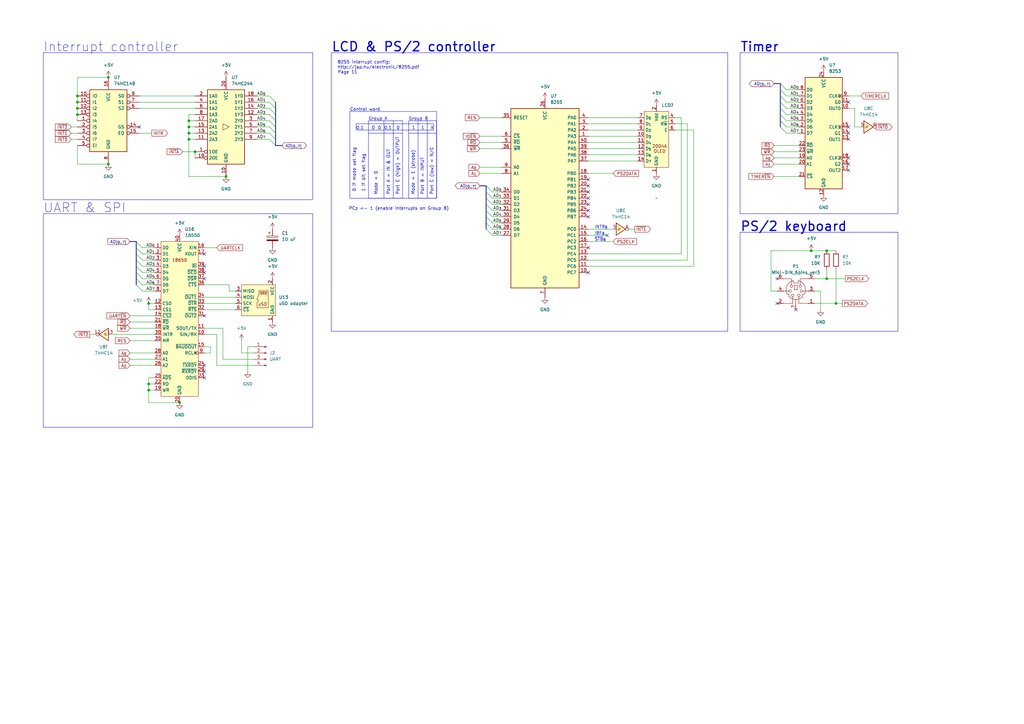
<source format=kicad_sch>
(kicad_sch (version 20230121) (generator eeschema)
  (paper "A3")
  (lib_symbols
    (symbol "74hc00_small:74HC14_small" (pin_names (offset 1.016))
      (property "Reference" "U" (at 0 -5.08 0))
      (property "Value" "74HC14_small" (at 0 -7.62 0))
      (symbol "74HC14_small_1_0"
        (pin input line (at -2.54 0 0) (length 1.27) (name "~") (number "1"))
        (pin output inverted (at 3.81 0 180) (length 1.27) (name "~") (number "2"))
      )
      (symbol "74HC14_small_2_0"
        (pin input line (at -2.54 0 0) (length 1.27) (name "~") (number "3"))
        (pin output inverted (at 3.81 0 180) (length 1.27) (name "~") (number "4"))
      )
      (symbol "74HC14_small_3_0"
        (pin input line (at -2.54 0 0) (length 1.27) (name "~") (number "5"))
        (pin output inverted (at 3.81 0 180) (length 1.27) (name "~") (number "6"))
      )
      (symbol "74HC14_small_4_0"
        (pin output inverted (at 3.81 0 180) (length 1.27) (name "~") (number "8"))
        (pin input line (at -2.54 0 0) (length 1.27) (name "~") (number "9"))
      )
      (symbol "74HC14_small_5_0"
        (pin output inverted (at 3.81 0 180) (length 1.27) (name "~") (number "10"))
        (pin input line (at -2.54 0 0) (length 1.27) (name "~") (number "11"))
      )
      (symbol "74HC14_small_6_0"
        (pin output inverted (at 3.81 0 180) (length 1.27) (name "~") (number "12"))
        (pin input line (at -2.54 0 0) (length 1.27) (name "~") (number "13"))
      )
      (symbol "74HC14_small_7_0"
        (pin power_in line (at 0 12.7 270) (length 5.08) (name "VCC") (number "14"))
        (pin power_in line (at 0 -12.7 90) (length 5.08) (name "GND") (number "7"))
      )
    )
    (symbol "74xx:74HC244"
      (property "Reference" "U" (at -7.62 16.51 0))
      (property "Value" "74HC244" (at -7.62 -16.51 0))
      (symbol "74HC244_1_0"
        (pin input inverted (at -12.7 -10.16 0) (length 5.08) (name "1OE") (number "1"))
        (pin power_in line (at 0 -20.32 90) (length 5.08) (name "GND") (number "10"))
        (pin input line (at -12.7 -5.08 0) (length 5.08) (name "2A3") (number "11"))
        (pin tri_state line (at 12.7 5.08 180) (length 5.08) (name "1Y3") (number "12"))
        (pin input line (at -12.7 -2.54 0) (length 5.08) (name "2A2") (number "13"))
        (pin tri_state line (at 12.7 7.62 180) (length 5.08) (name "1Y2") (number "14"))
        (pin input line (at -12.7 0 0) (length 5.08) (name "2A1") (number "15"))
        (pin tri_state line (at 12.7 10.16 180) (length 5.08) (name "1Y1") (number "16"))
        (pin input line (at -12.7 2.54 0) (length 5.08) (name "2A0") (number "17"))
        (pin tri_state line (at 12.7 12.7 180) (length 5.08) (name "1Y0") (number "18"))
        (pin input inverted (at -12.7 -12.7 0) (length 5.08) (name "2OE") (number "19"))
        (pin input line (at -12.7 12.7 0) (length 5.08) (name "1A0") (number "2"))
        (pin power_in line (at 0 20.32 270) (length 5.08) (name "VCC") (number "20"))
        (pin tri_state line (at 12.7 2.54 180) (length 5.08) (name "2Y0") (number "3"))
        (pin input line (at -12.7 10.16 0) (length 5.08) (name "1A1") (number "4"))
        (pin tri_state line (at 12.7 0 180) (length 5.08) (name "2Y1") (number "5"))
        (pin input line (at -12.7 7.62 0) (length 5.08) (name "1A2") (number "6"))
        (pin tri_state line (at 12.7 -2.54 180) (length 5.08) (name "2Y2") (number "7"))
        (pin input line (at -12.7 5.08 0) (length 5.08) (name "1A3") (number "8"))
        (pin tri_state line (at 12.7 -5.08 180) (length 5.08) (name "2Y3") (number "9"))
      )
    )
    (symbol "74xx:74LS148" (pin_names (offset 1.016))
      (property "Reference" "U" (at -7.62 13.97 0))
      (property "Value" "74LS148" (at -7.62 -13.97 0))
      (symbol "74LS148_1_0"
        (pin input inverted (at -12.7 0 0) (length 5.08) (name "I4") (number "1"))
        (pin input inverted (at -12.7 10.16 0) (length 5.08) (name "IO") (number "10"))
        (pin input inverted (at -12.7 7.62 0) (length 5.08) (name "I1") (number "11"))
        (pin input inverted (at -12.7 5.08 0) (length 5.08) (name "I2") (number "12"))
        (pin input inverted (at -12.7 2.54 0) (length 5.08) (name "I3") (number "13"))
        (pin output inverted (at 12.7 -2.54 180) (length 5.08) (name "GS") (number "14"))
        (pin output inverted (at 12.7 -5.08 180) (length 5.08) (name "EO") (number "15"))
        (pin power_in line (at 0 17.78 270) (length 5.08) (name "VCC") (number "16"))
        (pin input inverted (at -12.7 -2.54 0) (length 5.08) (name "I5") (number "2"))
        (pin input inverted (at -12.7 -5.08 0) (length 5.08) (name "I6") (number "3"))
        (pin input inverted (at -12.7 -7.62 0) (length 5.08) (name "I7") (number "4"))
        (pin input inverted (at -12.7 -10.16 0) (length 5.08) (name "EI") (number "5"))
        (pin output inverted (at 12.7 5.08 180) (length 5.08) (name "S2") (number "6"))
        (pin output inverted (at 12.7 7.62 180) (length 5.08) (name "S1") (number "7"))
        (pin power_in line (at 0 -17.78 90) (length 5.08) (name "GND") (number "8"))
        (pin output inverted (at 12.7 10.16 180) (length 5.08) (name "S0") (number "9"))
      )
    )
    (symbol "82xx:8250/16550"
      (property "Reference" "U" (at 0 3.81 0))
      (property "Value" "18650" (at 2.54 1.27 0))
      (symbol "8250/16550_1_1"
        (text "18650" (at 7.62 -7.62 0) (effects (font (size 1.27 1.27))))
        (pin bidirectional line (at -2.54 -2.54 0) (length 2.54) (name "D0") (number "1"))
        (pin input line (at 17.78 -38.1 180) (length 2.54) (name "SIN/RX") (number "10"))
        (pin output line (at 17.78 -35.56 180) (length 2.54) (name "SOUT/TX") (number "11"))
        (pin input line (at -2.54 -25.4 0) (length 2.54) (name "CS0") (number "12"))
        (pin input line (at -2.54 -27.94 0) (length 2.54) (name "CS1") (number "13"))
        (pin input line (at -2.54 -30.48 0) (length 2.54) (name "~{CS2}") (number "14"))
        (pin output line (at 17.78 -43.18 180) (length 2.54) (name "~{BAUDOUT}") (number "15"))
        (pin input line (at 17.78 -2.54 180) (length 2.54) (name "XIN") (number "16"))
        (pin input line (at 17.78 -5.08 180) (length 2.54) (name "XOUT") (number "17"))
        (pin input line (at -2.54 -35.56 0) (length 2.54) (name "~{WR}") (number "18"))
        (pin input line (at -2.54 -60.96 0) (length 2.54) (name "WR") (number "19"))
        (pin bidirectional line (at -2.54 -5.08 0) (length 2.54) (name "D1") (number "2"))
        (pin power_in line (at 7.62 -66.04 90) (length 2.54) (name "GND") (number "20"))
        (pin input line (at -2.54 -33.02 0) (length 2.54) (name "~{RD}") (number "21"))
        (pin input line (at -2.54 -58.42 0) (length 2.54) (name "RD") (number "22"))
        (pin input line (at 17.78 -55.88 180) (length 2.54) (name "DDIS") (number "23"))
        (pin output line (at 17.78 -50.8 180) (length 2.54) (name "~{TXRDY}") (number "24"))
        (pin input line (at -2.54 -55.88 0) (length 2.54) (name "~{ADS}") (number "25"))
        (pin input line (at -2.54 -50.8 0) (length 2.54) (name "A2") (number "26"))
        (pin input line (at -2.54 -48.26 0) (length 2.54) (name "A1") (number "27"))
        (pin input line (at -2.54 -45.72 0) (length 2.54) (name "A0") (number "28"))
        (pin output line (at 17.78 -53.34 180) (length 2.54) (name "~{RXRDY}") (number "29"))
        (pin bidirectional line (at -2.54 -7.62 0) (length 2.54) (name "D2") (number "3"))
        (pin output line (at -2.54 -38.1 0) (length 2.54) (name "INTR") (number "30"))
        (pin output line (at 17.78 -30.48 180) (length 2.54) (name "~{OUT2}") (number "31"))
        (pin output line (at 17.78 -27.94 180) (length 2.54) (name "~{RTS}") (number "32"))
        (pin output line (at 17.78 -25.4 180) (length 2.54) (name "~{DTR}") (number "33"))
        (pin output line (at 17.78 -22.86 180) (length 2.54) (name "~{OUT1}") (number "34"))
        (pin input line (at -2.54 -40.64 0) (length 2.54) (name "MR") (number "35"))
        (pin input line (at 17.78 -17.78 180) (length 2.54) (name "~{CTS}") (number "36"))
        (pin input line (at 17.78 -15.24 180) (length 2.54) (name "~{DSR}") (number "37"))
        (pin input line (at 17.78 -12.7 180) (length 2.54) (name "~{DCD}") (number "38"))
        (pin input line (at 17.78 -10.16 180) (length 2.54) (name "~{RI}") (number "39"))
        (pin bidirectional line (at -2.54 -10.16 0) (length 2.54) (name "D3") (number "4"))
        (pin power_in line (at 7.62 2.54 270) (length 2.54) (name "VCC") (number "40"))
        (pin bidirectional line (at -2.54 -12.7 0) (length 2.54) (name "D4") (number "5"))
        (pin bidirectional line (at -2.54 -15.24 0) (length 2.54) (name "D5") (number "6"))
        (pin bidirectional line (at -2.54 -17.78 0) (length 2.54) (name "D6") (number "7"))
        (pin bidirectional line (at -2.54 -20.32 0) (length 2.54) (name "D7") (number "8"))
        (pin input clock (at 17.78 -45.72 180) (length 2.54) (name "RCLK") (number "9"))
      )
    )
    (symbol "Connector:Conn_01x04_Pin" (pin_names (offset 1.016) hide)
      (property "Reference" "J" (at 0 5.08 0))
      (property "Value" "Conn_01x04_Pin" (at 0 -7.62 0))
      (symbol "Conn_01x04_Pin_1_1"
        (pin passive line (at 5.08 2.54 180) (length 3.81) (name "Pin_1") (number "1"))
        (pin passive line (at 5.08 0 180) (length 3.81) (name "Pin_2") (number "2"))
        (pin passive line (at 5.08 -2.54 180) (length 3.81) (name "Pin_3") (number "3"))
        (pin passive line (at 5.08 -5.08 180) (length 3.81) (name "Pin_4") (number "4"))
      )
    )
    (symbol "Custom_Symbols_Library:Mini-DIN_6pins_ver3" (pin_names (offset 1.016) hide)
      (property "Reference" "P" (at 0 8.128 0))
      (property "Value" "Mini-DIN_6pins_ver3" (at 0 -10.16 0))
      (symbol "Mini-DIN_6pins_ver3_1_1"
        (pin passive line (at 7.62 -5.08 180) (length 2.54) (name "1") (number "1"))
        (pin passive line (at -7.62 -5.08 0) (length 2.54) (name "2") (number "2"))
        (pin passive line (at 7.62 0 180) (length 2.54) (name "3") (number "3"))
        (pin passive line (at -7.62 0 0) (length 2.54) (name "4") (number "4"))
        (pin passive line (at 7.62 5.08 180) (length 2.54) (name "5") (number "5"))
        (pin passive line (at -7.62 5.08 0) (length 2.54) (name "~") (number "6"))
        (pin passive line (at 0 -7.62 90) (length 2.54) (name "Shell") (number "7"))
      )
    )
    (symbol "Device:C_Polarized" (pin_numbers hide) (pin_names (offset 0.254))
      (property "Reference" "C" (at 0.635 2.54 0))
      (property "Value" "C_Polarized" (at 0.635 -2.54 0))
      (symbol "C_Polarized_1_1"
        (pin passive line (at 0 3.81 270) (length 2.794) (name "~") (number "1"))
        (pin passive line (at 0 -3.81 90) (length 2.794) (name "~") (number "2"))
      )
    )
    (symbol "Device:R" (pin_numbers hide) (pin_names (offset 0))
      (property "Reference" "R" (at 2.032 0 90))
      (property "Value" "R" (at 0 0 90))
      (symbol "R_1_1"
        (pin passive line (at 0 3.81 270) (length 1.27) (name "~") (number "1"))
        (pin passive line (at 0 -3.81 90) (length 1.27) (name "~") (number "2"))
      )
    )
    (symbol "Interface:8255" (pin_names (offset 1.016))
      (property "Reference" "U" (at -13.97 38.1 0))
      (property "Value" "8255" (at 8.89 38.1 0))
      (symbol "8255_1_1"
        (pin bidirectional line (at 17.78 25.4 180) (length 3.81) (name "PA3") (number "1"))
        (pin bidirectional line (at 17.78 -30.48 180) (length 3.81) (name "PC7") (number "10"))
        (pin bidirectional line (at 17.78 -27.94 180) (length 3.81) (name "PC6") (number "11"))
        (pin bidirectional line (at 17.78 -25.4 180) (length 3.81) (name "PC5") (number "12"))
        (pin bidirectional line (at 17.78 -22.86 180) (length 3.81) (name "PC4") (number "13"))
        (pin bidirectional line (at 17.78 -12.7 180) (length 3.81) (name "PC0") (number "14"))
        (pin bidirectional line (at 17.78 -15.24 180) (length 3.81) (name "PC1") (number "15"))
        (pin bidirectional line (at 17.78 -17.78 180) (length 3.81) (name "PC2") (number "16"))
        (pin bidirectional line (at 17.78 -20.32 180) (length 3.81) (name "PC3") (number "17"))
        (pin bidirectional line (at 17.78 10.16 180) (length 3.81) (name "PB0") (number "18"))
        (pin bidirectional line (at 17.78 7.62 180) (length 3.81) (name "PB1") (number "19"))
        (pin bidirectional line (at 17.78 27.94 180) (length 3.81) (name "PA2") (number "2"))
        (pin bidirectional line (at 17.78 5.08 180) (length 3.81) (name "PB2") (number "20"))
        (pin bidirectional line (at 17.78 2.54 180) (length 3.81) (name "PB3") (number "21"))
        (pin bidirectional line (at 17.78 0 180) (length 3.81) (name "PB4") (number "22"))
        (pin bidirectional line (at 17.78 -2.54 180) (length 3.81) (name "PB5") (number "23"))
        (pin bidirectional line (at 17.78 -5.08 180) (length 3.81) (name "PB6") (number "24"))
        (pin bidirectional line (at 17.78 -7.62 180) (length 3.81) (name "PB7") (number "25"))
        (pin power_in line (at 0 40.64 270) (length 3.81) (name "VCC") (number "26"))
        (pin bidirectional line (at -17.78 -15.24 0) (length 3.81) (name "D7") (number "27"))
        (pin bidirectional line (at -17.78 -12.7 0) (length 3.81) (name "D6") (number "28"))
        (pin bidirectional line (at -17.78 -10.16 0) (length 3.81) (name "D5") (number "29"))
        (pin bidirectional line (at 17.78 30.48 180) (length 3.81) (name "PA1") (number "3"))
        (pin bidirectional line (at -17.78 -7.62 0) (length 3.81) (name "D4") (number "30"))
        (pin bidirectional line (at -17.78 -5.08 0) (length 3.81) (name "D3") (number "31"))
        (pin bidirectional line (at -17.78 -2.54 0) (length 3.81) (name "D2") (number "32"))
        (pin bidirectional line (at -17.78 0 0) (length 3.81) (name "D1") (number "33"))
        (pin bidirectional line (at -17.78 2.54 0) (length 3.81) (name "D0") (number "34"))
        (pin input line (at -17.78 33.02 0) (length 3.81) (name "RESET") (number "35"))
        (pin input line (at -17.78 20.32 0) (length 3.81) (name "~{WR}") (number "36"))
        (pin bidirectional line (at 17.78 15.24 180) (length 3.81) (name "PA7") (number "37"))
        (pin bidirectional line (at 17.78 17.78 180) (length 3.81) (name "PA6") (number "38"))
        (pin bidirectional line (at 17.78 20.32 180) (length 3.81) (name "PA5") (number "39"))
        (pin bidirectional line (at 17.78 33.02 180) (length 3.81) (name "PA0") (number "4"))
        (pin bidirectional line (at 17.78 22.86 180) (length 3.81) (name "PA4") (number "40"))
        (pin input line (at -17.78 22.86 0) (length 3.81) (name "~{RD}") (number "5"))
        (pin input line (at -17.78 25.4 0) (length 3.81) (name "~{CS}") (number "6"))
        (pin power_in line (at 0 -40.64 90) (length 3.81) (name "GND") (number "7"))
        (pin input line (at -17.78 10.16 0) (length 3.81) (name "A1") (number "8"))
        (pin input line (at -17.78 12.7 0) (length 3.81) (name "A0") (number "9"))
      )
    )
    (symbol "Timer:8253"
      (property "Reference" "U" (at -5.08 24.13 0))
      (property "Value" "8253" (at 2.54 24.13 0))
      (symbol "8253_1_1"
        (pin bidirectional line (at -10.16 0 0) (length 2.54) (name "D7") (number "1"))
        (pin output line (at 10.16 10.16 180) (length 2.54) (name "OUT0") (number "10"))
        (pin input line (at 10.16 12.7 180) (length 2.54) (name "G0") (number "11"))
        (pin power_in line (at 0 -25.4 90) (length 2.54) (name "GND") (number "12"))
        (pin output line (at 10.16 -2.54 180) (length 2.54) (name "OUT1") (number "13"))
        (pin input line (at 10.16 0 180) (length 2.54) (name "G1") (number "14"))
        (pin input clock (at 10.16 2.54 180) (length 2.54) (name "CLK1") (number "15"))
        (pin input line (at 10.16 -12.7 180) (length 2.54) (name "G2") (number "16"))
        (pin output line (at 10.16 -15.24 180) (length 2.54) (name "OUT2") (number "17"))
        (pin input clock (at 10.16 -10.16 180) (length 2.54) (name "CLK2") (number "18"))
        (pin input line (at -10.16 -10.16 0) (length 2.54) (name "A0") (number "19"))
        (pin bidirectional line (at -10.16 2.54 0) (length 2.54) (name "D6") (number "2"))
        (pin input line (at -10.16 -12.7 0) (length 2.54) (name "A1") (number "20"))
        (pin input line (at -10.16 -17.78 0) (length 2.54) (name "~{CS}") (number "21"))
        (pin input line (at -10.16 -5.08 0) (length 2.54) (name "~{RD}") (number "22"))
        (pin input line (at -10.16 -7.62 0) (length 2.54) (name "~{WR}") (number "23"))
        (pin power_in line (at 0 25.4 270) (length 2.54) (name "VCC") (number "24"))
        (pin bidirectional line (at -10.16 5.08 0) (length 2.54) (name "D5") (number "3"))
        (pin bidirectional line (at -10.16 7.62 0) (length 2.54) (name "D4") (number "4"))
        (pin bidirectional line (at -10.16 10.16 0) (length 2.54) (name "D3") (number "5"))
        (pin bidirectional line (at -10.16 12.7 0) (length 2.54) (name "D2") (number "6"))
        (pin bidirectional line (at -10.16 15.24 0) (length 2.54) (name "D1") (number "7"))
        (pin bidirectional line (at -10.16 17.78 0) (length 2.54) (name "D0") (number "8"))
        (pin input clock (at 10.16 15.24 180) (length 2.54) (name "CLK0") (number "9"))
      )
    )
    (symbol "lcd:2004A-OLED"
      (property "Reference" "LCD" (at -5.08 12.7 0))
      (symbol "2004A-OLED_1_1"
        (text "2004A\nOLED" (at 1.27 -3.81 0) (effects (font (size 1.27 1.27))))
        (pin power_in line (at 0 -13.97 90) (length 2.54) (name "GND") (number "1"))
        (pin bidirectional line (at -7.62 1.27 0) (length 2.54) (name "D_{3}") (number "10"))
        (pin bidirectional line (at -7.62 -1.27 0) (length 2.54) (name "D_{4}") (number "11"))
        (pin bidirectional line (at -7.62 -3.81 0) (length 2.54) (name "D_{5}") (number "12"))
        (pin bidirectional line (at -7.62 -6.35 0) (length 2.54) (name "D_{6}") (number "13"))
        (pin bidirectional line (at -7.62 -8.89 0) (length 2.54) (name "D_{7}") (number "14"))
        (pin power_in line (at 0 13.97 270) (length 2.54) (name "Vdd") (number "2"))
        (pin input line (at 7.62 8.89 180) (length 2.54) (name "RS") (number "4"))
        (pin input line (at 7.62 6.35 180) (length 2.54) (name "R~{W}") (number "5"))
        (pin input line (at 7.62 3.81 180) (length 2.54) (name "E") (number "6"))
        (pin bidirectional line (at -7.62 8.89 0) (length 2.54) (name "D_{0}") (number "7"))
        (pin bidirectional line (at -7.62 6.35 0) (length 2.54) (name "D_{1}") (number "8"))
        (pin bidirectional line (at -7.62 3.81 0) (length 2.54) (name "D_{2}") (number "9"))
      )
    )
    (symbol "my:uSD-adapter"
      (property "Reference" "U" (at -3.81 7.62 0))
      (symbol "uSD-adapter_1_1"
        (text "uSD" (at 3.556 -1.524 0) (effects (font (size 1.27 1.27))))
        (pin power_in line (at 7.62 -8.89 90) (length 2.54) (name "GND") (number "1"))
        (pin power_in line (at 7.62 8.89 270) (length 2.54) (name "VCC") (number "2"))
        (pin output line (at -7.62 3.81 0) (length 2.54) (name "MISO") (number "3"))
        (pin input line (at -7.62 1.27 0) (length 2.54) (name "MOSI") (number "4"))
        (pin input line (at -7.62 -1.27 0) (length 2.54) (name "SCK") (number "5"))
        (pin input line (at -7.62 -3.81 0) (length 2.54) (name "~{CS}") (number "6"))
      )
    )
    (symbol "power:+5V" (power) (pin_names (offset 0))
      (property "Value" "+5V" (at 0 3.556 0))
      (symbol "+5V_1_1"
        (pin power_in line (at 0 0 90) (length 0) hide (name "+5V") (number "1"))
      )
    )
    (symbol "power:GND" (power) (pin_names (offset 0))
      (property "Value" "GND" (at 0 -3.81 0))
      (symbol "GND_1_1"
        (pin power_in line (at 0 0 270) (length 0) hide (name "GND") (number "1"))
      )
    )
  )
  (junction (at 339.09 114.3))
  (junction (at 73.66 165.1))
  (junction (at 77.47 52.07))
  (junction (at 77.47 49.53))
  (junction (at 77.47 54.61))
  (junction (at 31.75 39.37))
  (junction (at 31.75 41.91))
  (junction (at 92.71 72.39))
  (junction (at 60.96 157.48))
  (junction (at 44.45 31.75))
  (junction (at 60.96 124.46))
  (junction (at 339.09 102.87))
  (junction (at 31.75 44.45))
  (junction (at 60.96 160.02))
  (junction (at 31.75 46.99))
  (junction (at 332.74 102.87))
  (junction (at 77.47 57.15))
  (junction (at 80.01 62.23))
  (junction (at 342.9 124.46))
  (junction (at 44.45 67.31))
  (no_connect (at 248.92 96.52))
  (no_connect (at 347.98 41.91))
  (no_connect (at 347.98 54.61))
  (no_connect (at 241.3 73.66))
  (no_connect (at 241.3 81.28))
  (no_connect (at 83.82 154.94))
  (no_connect (at 83.82 152.4))
  (no_connect (at 326.39 127))
  (no_connect (at 83.82 104.14))
  (no_connect (at 83.82 129.54))
  (no_connect (at 241.3 86.36))
  (no_connect (at 241.3 88.9))
  (no_connect (at 347.98 64.77))
  (no_connect (at 241.3 83.82))
  (no_connect (at 241.3 101.6))
  (no_connect (at 318.77 124.46))
  (no_connect (at 83.82 149.86))
  (no_connect (at 241.3 111.76))
  (no_connect (at 347.98 57.15))
  (no_connect (at 347.98 52.07))
  (no_connect (at 83.82 111.76))
  (no_connect (at 57.15 52.07))
  (no_connect (at 318.77 114.3))
  (no_connect (at 241.3 76.2))
  (no_connect (at 347.98 69.85))
  (no_connect (at 83.82 114.3))
  (no_connect (at 241.3 78.74))
  (no_connect (at 347.98 67.31))
  (no_connect (at 83.82 109.22))
  (bus_entry (at 110.49 41.91) (size 2.54 2.54))
  (bus_entry (at 110.49 39.37) (size 2.54 2.54))
  (bus_entry (at 201.93 88.9) (size -2.54 -2.54))
  (bus_entry (at 110.49 44.45) (size 2.54 2.54))
  (bus_entry (at 201.93 81.28) (size -2.54 -2.54))
  (bus_entry (at 58.42 106.68) (size -2.54 -2.54))
  (bus_entry (at 58.42 109.22) (size -2.54 -2.54))
  (bus_entry (at 322.58 39.37) (size -2.54 -2.54))
  (bus_entry (at 201.93 91.44) (size -2.54 -2.54))
  (bus_entry (at 201.93 83.82) (size -2.54 -2.54))
  (bus_entry (at 322.58 44.45) (size -2.54 -2.54))
  (bus_entry (at 58.42 116.84) (size -2.54 -2.54))
  (bus_entry (at 322.58 49.53) (size -2.54 -2.54))
  (bus_entry (at 322.58 54.61) (size -2.54 -2.54))
  (bus_entry (at 110.49 57.15) (size 2.54 2.54))
  (bus_entry (at 110.49 52.07) (size 2.54 2.54))
  (bus_entry (at 58.42 114.3) (size -2.54 -2.54))
  (bus_entry (at 110.49 46.99) (size 2.54 2.54))
  (bus_entry (at 322.58 46.99) (size -2.54 -2.54))
  (bus_entry (at 110.49 54.61) (size 2.54 2.54))
  (bus_entry (at 58.42 111.76) (size -2.54 -2.54))
  (bus_entry (at 58.42 119.38) (size -2.54 -2.54))
  (bus_entry (at 201.93 93.98) (size -2.54 -2.54))
  (bus_entry (at 58.42 104.14) (size -2.54 -2.54))
  (bus_entry (at 322.58 36.83) (size -2.54 -2.54))
  (bus_entry (at 201.93 96.52) (size -2.54 -2.54))
  (bus_entry (at 110.49 49.53) (size 2.54 2.54))
  (bus_entry (at 201.93 86.36) (size -2.54 -2.54))
  (bus_entry (at 322.58 41.91) (size -2.54 -2.54))
  (bus_entry (at 58.42 101.6) (size -2.54 -2.54))
  (bus_entry (at 201.93 78.74) (size -2.54 -2.54))
  (bus_entry (at 322.58 52.07) (size -2.54 -2.54))
  (wire (pts (xy 80.01 54.61) (xy 77.47 54.61)))
  (bus (pts (xy 320.04 52.07) (xy 320.04 49.53)))
  (wire (pts (xy 196.85 68.58) (xy 205.74 68.58)))
  (wire (pts (xy 241.3 109.22) (xy 284.48 109.22)))
  (bus (pts (xy 199.39 76.2) (xy 196.85 76.2)))
  (wire (pts (xy 63.5 109.22) (xy 58.42 109.22)))
  (wire (pts (xy 93.98 119.38) (xy 96.52 119.38)))
  (wire (pts (xy 104.14 142.24) (xy 101.6 142.24)))
  (wire (pts (xy 62.23 54.61) (xy 57.15 54.61)))
  (wire (pts (xy 83.82 124.46) (xy 96.52 124.46)))
  (wire (pts (xy 350.52 52.07) (xy 353.06 52.07)))
  (wire (pts (xy 77.47 72.39) (xy 92.71 72.39)))
  (wire (pts (xy 327.66 49.53) (xy 322.58 49.53)))
  (wire (pts (xy 105.41 46.99) (xy 110.49 46.99)))
  (wire (pts (xy 31.75 59.69) (xy 31.75 67.31)))
  (wire (pts (xy 241.3 93.98) (xy 251.46 93.98)))
  (wire (pts (xy 327.66 41.91) (xy 322.58 41.91)))
  (wire (pts (xy 281.94 50.8) (xy 281.94 106.68)))
  (wire (pts (xy 241.3 48.26) (xy 261.62 48.26)))
  (wire (pts (xy 327.66 39.37) (xy 322.58 39.37)))
  (wire (pts (xy 105.41 41.91) (xy 110.49 41.91)))
  (wire (pts (xy 63.5 119.38) (xy 58.42 119.38)))
  (bus (pts (xy 55.88 111.76) (xy 55.88 109.22)))
  (wire (pts (xy 336.55 119.38) (xy 336.55 127)))
  (wire (pts (xy 281.94 50.8) (xy 276.86 50.8)))
  (wire (pts (xy 63.5 147.32) (xy 53.34 147.32)))
  (wire (pts (xy 279.4 48.26) (xy 276.86 48.26)))
  (wire (pts (xy 327.66 52.07) (xy 322.58 52.07)))
  (wire (pts (xy 80.01 52.07) (xy 77.47 52.07)))
  (wire (pts (xy 347.98 44.45) (xy 350.52 44.45)))
  (wire (pts (xy 201.93 91.44) (xy 205.74 91.44)))
  (wire (pts (xy 316.23 119.38) (xy 318.77 119.38)))
  (wire (pts (xy 257.81 93.98) (xy 260.35 93.98)))
  (bus (pts (xy 320.04 36.83) (xy 320.04 34.29)))
  (wire (pts (xy 80.01 46.99) (xy 77.47 46.99)))
  (wire (pts (xy 339.09 114.3) (xy 334.01 114.3)))
  (wire (pts (xy 241.3 55.88) (xy 261.62 55.88)))
  (wire (pts (xy 39.37 137.16) (xy 36.83 137.16)))
  (bus (pts (xy 55.88 106.68) (xy 55.88 104.14)))
  (wire (pts (xy 53.34 129.54) (xy 63.5 129.54)))
  (wire (pts (xy 31.75 67.31) (xy 44.45 67.31)))
  (wire (pts (xy 31.75 49.53) (xy 31.75 46.99)))
  (wire (pts (xy 342.9 110.49) (xy 342.9 124.46)))
  (bus (pts (xy 113.03 41.91) (xy 113.03 44.45)))
  (wire (pts (xy 53.34 139.7) (xy 63.5 139.7)))
  (wire (pts (xy 241.3 66.04) (xy 261.62 66.04)))
  (bus (pts (xy 199.39 93.98) (xy 199.39 91.44)))
  (wire (pts (xy 317.5 62.23) (xy 327.66 62.23)))
  (bus (pts (xy 113.03 52.07) (xy 113.03 54.61)))
  (wire (pts (xy 342.9 102.87) (xy 339.09 102.87)))
  (bus (pts (xy 199.39 83.82) (xy 199.39 81.28)))
  (wire (pts (xy 317.5 59.69) (xy 327.66 59.69)))
  (wire (pts (xy 31.75 44.45) (xy 31.75 41.91)))
  (wire (pts (xy 74.93 62.23) (xy 80.01 62.23)))
  (bus (pts (xy 320.04 49.53) (xy 320.04 46.99)))
  (wire (pts (xy 63.5 154.94) (xy 60.96 154.94)))
  (wire (pts (xy 205.74 96.52) (xy 201.93 96.52)))
  (bus (pts (xy 320.04 44.45) (xy 320.04 41.91)))
  (wire (pts (xy 105.41 57.15) (xy 110.49 57.15)))
  (wire (pts (xy 57.15 39.37) (xy 80.01 39.37)))
  (wire (pts (xy 29.21 54.61) (xy 31.75 54.61)))
  (wire (pts (xy 53.34 144.78) (xy 63.5 144.78)))
  (wire (pts (xy 63.5 157.48) (xy 60.96 157.48)))
  (wire (pts (xy 83.82 142.24) (xy 86.36 142.24)))
  (bus (pts (xy 199.39 88.9) (xy 199.39 86.36)))
  (bus (pts (xy 320.04 46.99) (xy 320.04 44.45)))
  (bus (pts (xy 113.03 57.15) (xy 113.03 59.69)))
  (wire (pts (xy 205.74 78.74) (xy 201.93 78.74)))
  (wire (pts (xy 353.06 39.37) (xy 347.98 39.37)))
  (wire (pts (xy 63.5 134.62) (xy 53.34 134.62)))
  (bus (pts (xy 320.04 34.29) (xy 317.5 34.29)))
  (wire (pts (xy 105.41 44.45) (xy 110.49 44.45)))
  (bus (pts (xy 55.88 104.14) (xy 55.88 101.6)))
  (wire (pts (xy 104.14 147.32) (xy 91.44 147.32)))
  (wire (pts (xy 327.66 46.99) (xy 322.58 46.99)))
  (wire (pts (xy 83.82 127) (xy 96.52 127)))
  (wire (pts (xy 83.82 121.92) (xy 96.52 121.92)))
  (wire (pts (xy 327.66 44.45) (xy 322.58 44.45)))
  (wire (pts (xy 345.44 124.46) (xy 342.9 124.46)))
  (bus (pts (xy 199.39 78.74) (xy 199.39 76.2)))
  (polyline (pts (xy 161.29 49.53) (xy 161.29 81.28)))
  (wire (pts (xy 241.3 63.5) (xy 261.62 63.5)))
  (wire (pts (xy 205.74 60.96) (xy 196.85 60.96)))
  (wire (pts (xy 63.5 101.6) (xy 58.42 101.6)))
  (wire (pts (xy 31.75 41.91) (xy 31.75 39.37)))
  (wire (pts (xy 60.96 124.46) (xy 60.96 127)))
  (wire (pts (xy 284.48 53.34) (xy 276.86 53.34)))
  (bus (pts (xy 320.04 39.37) (xy 320.04 36.83)))
  (bus (pts (xy 55.88 109.22) (xy 55.88 106.68)))
  (wire (pts (xy 86.36 142.24) (xy 86.36 144.78)))
  (wire (pts (xy 53.34 149.86) (xy 63.5 149.86)))
  (polyline (pts (xy 175.26 49.53) (xy 175.26 81.28)))
  (bus (pts (xy 199.39 81.28) (xy 199.39 78.74)))
  (wire (pts (xy 45.72 137.16) (xy 63.5 137.16)))
  (wire (pts (xy 241.3 60.96) (xy 261.62 60.96)))
  (wire (pts (xy 350.52 44.45) (xy 350.52 52.07)))
  (wire (pts (xy 327.66 36.83) (xy 322.58 36.83)))
  (wire (pts (xy 196.85 48.26) (xy 205.74 48.26)))
  (wire (pts (xy 31.75 46.99) (xy 31.75 44.45)))
  (wire (pts (xy 57.15 44.45) (xy 80.01 44.45)))
  (wire (pts (xy 83.82 137.16) (xy 88.9 137.16)))
  (wire (pts (xy 241.3 99.06) (xy 251.46 99.06)))
  (wire (pts (xy 279.4 104.14) (xy 279.4 48.26)))
  (polyline (pts (xy 171.45 49.53) (xy 171.45 81.28)))
  (wire (pts (xy 334.01 124.46) (xy 342.9 124.46)))
  (wire (pts (xy 83.82 116.84) (xy 93.98 116.84)))
  (wire (pts (xy 77.47 49.53) (xy 77.47 52.07)))
  (wire (pts (xy 241.3 58.42) (xy 261.62 58.42)))
  (wire (pts (xy 60.96 165.1) (xy 60.96 160.02)))
  (bus (pts (xy 113.03 59.69) (xy 115.57 59.69)))
  (wire (pts (xy 105.41 54.61) (xy 110.49 54.61)))
  (polyline (pts (xy 151.13 54.61) (xy 165.1 54.61)))
  (wire (pts (xy 317.5 64.77) (xy 327.66 64.77)))
  (wire (pts (xy 53.34 132.08) (xy 63.5 132.08)))
  (bus (pts (xy 320.04 41.91) (xy 320.04 39.37)))
  (wire (pts (xy 60.96 154.94) (xy 60.96 157.48)))
  (wire (pts (xy 60.96 160.02) (xy 63.5 160.02)))
  (wire (pts (xy 205.74 81.28) (xy 201.93 81.28)))
  (wire (pts (xy 29.21 57.15) (xy 31.75 57.15)))
  (wire (pts (xy 205.74 83.82) (xy 201.93 83.82)))
  (wire (pts (xy 346.71 114.3) (xy 339.09 114.3)))
  (wire (pts (xy 73.66 165.1) (xy 60.96 165.1)))
  (wire (pts (xy 91.44 134.62) (xy 83.82 134.62)))
  (wire (pts (xy 281.94 106.68) (xy 241.3 106.68)))
  (wire (pts (xy 99.06 144.78) (xy 99.06 139.7)))
  (bus (pts (xy 199.39 86.36) (xy 199.39 83.82)))
  (wire (pts (xy 327.66 67.31) (xy 317.5 67.31)))
  (wire (pts (xy 31.75 39.37) (xy 31.75 31.75)))
  (wire (pts (xy 31.75 52.07) (xy 29.21 52.07)))
  (wire (pts (xy 205.74 71.12) (xy 196.85 71.12)))
  (wire (pts (xy 63.5 124.46) (xy 60.96 124.46)))
  (wire (pts (xy 63.5 106.68) (xy 58.42 106.68)))
  (wire (pts (xy 63.5 116.84) (xy 58.42 116.84)))
  (wire (pts (xy 105.41 49.53) (xy 110.49 49.53)))
  (wire (pts (xy 60.96 127) (xy 63.5 127)))
  (wire (pts (xy 63.5 104.14) (xy 58.42 104.14)))
  (bus (pts (xy 113.03 54.61) (xy 113.03 57.15)))
  (wire (pts (xy 110.49 52.07) (xy 105.41 52.07)))
  (wire (pts (xy 332.74 102.87) (xy 316.23 102.87)))
  (wire (pts (xy 334.01 119.38) (xy 336.55 119.38)))
  (wire (pts (xy 80.01 62.23) (xy 80.01 64.77)))
  (bus (pts (xy 55.88 116.84) (xy 55.88 114.3)))
  (wire (pts (xy 241.3 104.14) (xy 279.4 104.14)))
  (wire (pts (xy 241.3 53.34) (xy 261.62 53.34)))
  (bus (pts (xy 55.88 99.06) (xy 53.34 99.06)))
  (wire (pts (xy 248.92 96.52) (xy 241.3 96.52)))
  (wire (pts (xy 60.96 157.48) (xy 60.96 160.02)))
  (wire (pts (xy 93.98 116.84) (xy 93.98 119.38)))
  (wire (pts (xy 80.01 57.15) (xy 77.47 57.15)))
  (wire (pts (xy 104.14 144.78) (xy 99.06 144.78)))
  (wire (pts (xy 63.5 114.3) (xy 58.42 114.3)))
  (wire (pts (xy 77.47 52.07) (xy 77.47 54.61)))
  (wire (pts (xy 316.23 102.87) (xy 316.23 119.38)))
  (wire (pts (xy 91.44 147.32) (xy 91.44 134.62)))
  (wire (pts (xy 241.3 50.8) (xy 261.62 50.8)))
  (bus (pts (xy 113.03 49.53) (xy 113.03 52.07)))
  (wire (pts (xy 88.9 149.86) (xy 104.14 149.86)))
  (wire (pts (xy 77.47 46.99) (xy 77.47 49.53)))
  (polyline (pts (xy 167.64 54.61) (xy 179.07 54.61)))
  (wire (pts (xy 105.41 39.37) (xy 110.49 39.37)))
  (wire (pts (xy 77.47 54.61) (xy 77.47 57.15)))
  (polyline (pts (xy 157.48 49.53) (xy 157.48 81.28)))
  (bus (pts (xy 199.39 91.44) (xy 199.39 88.9)))
  (bus (pts (xy 113.03 44.45) (xy 113.03 46.99)))
  (wire (pts (xy 101.6 142.24) (xy 101.6 152.4)))
  (wire (pts (xy 205.74 86.36) (xy 201.93 86.36)))
  (wire (pts (xy 339.09 102.87) (xy 332.74 102.87)))
  (wire (pts (xy 284.48 109.22) (xy 284.48 53.34)))
  (wire (pts (xy 88.9 137.16) (xy 88.9 149.86)))
  (wire (pts (xy 241.3 71.12) (xy 251.46 71.12)))
  (wire (pts (xy 205.74 93.98) (xy 201.93 93.98)))
  (wire (pts (xy 196.85 58.42) (xy 205.74 58.42)))
  (bus (pts (xy 55.88 101.6) (xy 55.88 99.06)))
  (wire (pts (xy 327.66 54.61) (xy 322.58 54.61)))
  (wire (pts (xy 80.01 49.53) (xy 77.47 49.53)))
  (wire (pts (xy 77.47 57.15) (xy 77.47 72.39)))
  (wire (pts (xy 196.85 55.88) (xy 205.74 55.88)))
  (wire (pts (xy 339.09 110.49) (xy 339.09 114.3)))
  (bus (pts (xy 55.88 114.3) (xy 55.88 111.76)))
  (wire (pts (xy 317.5 72.39) (xy 327.66 72.39)))
  (wire (pts (xy 57.15 41.91) (xy 80.01 41.91)))
  (wire (pts (xy 205.74 88.9) (xy 201.93 88.9)))
  (bus (pts (xy 113.03 46.99) (xy 113.03 49.53)))
  (wire (pts (xy 31.75 31.75) (xy 44.45 31.75)))
  (wire (pts (xy 86.36 144.78) (xy 83.82 144.78)))
  (wire (pts (xy 83.82 101.6) (xy 88.9 101.6)))
  (wire (pts (xy 63.5 111.76) (xy 58.42 111.76)))
  (rectangle (start 135.89 21.59) (end 298.45 135.89))
  (rectangle (start 303.53 95.25) (end 368.3 135.89))
  (rectangle (start 17.78 21.59) (end 128.27 81.915))
  (rectangle (start 17.78 87.63) (end 128.27 175.26))
  (rectangle (start 143.51 45.72) (end 179.07 81.28))
  (rectangle (start 167.64 49.53) (end 179.07 81.28))
  (rectangle (start 151.13 49.53) (end 165.1 81.28))
  (rectangle (start 303.53 21.59) (end 368.3 87.63))
  (rectangle (start 146.05 50.8) (end 177.8 53.34))
  (text "0 if mode set flag" (at 146.05 78.74 90) (effects (font (size 1.27 1.27)) (justify left bottom)))
  (text "1" (at 172.72 53.34 0) (effects (font (size 1.27 1.27)) (justify left bottom)))
  (text "Timer" (at 303.53 21.59 0) (effects (font (size 3.81 3.81) (thickness 0.508) bold) (justify left bottom)))
  (text "Mode = 0" (at 154.94 80.01 90) (effects (font (size 1.27 1.27)) (justify left bottom)))
  (text "0,1" (at 157.48 53.34 0) (effects (font (size 1.27 1.27)) (justify left bottom)))
  (text "0,1" (at 146.05 53.34 0) (effects (font (size 1.27 1.27)) (justify left bottom)))
  (text "~{STB}_{B}" (at 243.84 99.06 0) (effects (font (size 1.27 1.27)) (justify left bottom)))
  (text "Mode = 1 (strobe)" (at 170.18 80.01 90) (effects (font (size 1.27 1.27)) (justify left bottom)))
  (text "Interrupt controller" (at 17.78 21.59 0) (effects (font (size 3.81 3.81)) (justify left bottom)))
  (text "INTR_{B}" (at 243.84 93.98 0) (effects (font (size 1.27 1.27)) (justify left bottom)))
  (text "LCD & PS/2 controller" (at 135.89 21.59 0) (effects (font (size 3.81 3.81) (thickness 0.508) bold) (justify left bottom)))
  (text "Group A" (at 151.13 49.53 0) (effects (font (size 1.27 1.27)) (justify left bottom)))
  (text "Control word" (at 143.51 45.72 0) (effects (font (size 1.27 1.27)) (justify left bottom)))
  (text "Group B" (at 167.64 49.53 0) (effects (font (size 1.27 1.27)) (justify left bottom)))
  (text "IBF_{B}" (at 243.84 96.52 0) (effects (font (size 1.27 1.27)) (justify left bottom)))
  (text "X" (at 176.53 53.34 0) (effects (font (size 1.27 1.27)) (justify left bottom)))
  (text "1 if bit set flag" (at 149.86 78.74 90) (effects (font (size 1.27 1.27)) (justify left bottom)))
  (text "Port B = INPUT" (at 173.99 80.01 90) (effects (font (size 1.27 1.27)) (justify left bottom)))
  (text "0" (at 162.56 53.34 0) (effects (font (size 1.27 1.27)) (justify left bottom)))
  (text "Port C (high) = OUTPUT" (at 163.83 80.01 90) (effects (font (size 1.27 1.27)) (justify left bottom)))
  (text "Port A = IN & OUT" (at 160.02 80.01 90) (effects (font (size 1.27 1.27)) (justify left bottom)))
  (text "UART & SPI" (at 17.78 87.63 0) (effects (font (size 3.81 3.81)) (justify left bottom)))
  (text "8255 interrupt config:\nhttp://jap.hu/electronic/8255.pdf\nPage 11" (at 138.43 30.48 0) (effects (font (size 1.27 1.27)) (justify left bottom)))
  (text "PS/2 keyboard" (at 303.53 95.25 0) (effects (font (size 3.81 3.81) (thickness 0.508) bold) (justify left bottom)))
  (text "Port C (low) = N/C" (at 177.8 80.01 90) (effects (font (size 1.27 1.27)) (justify left bottom)))
  (text "PC_{2} <- 1 (enable interrupts on Group B)" (at 184.15 86.36 0) (effects (font (size 1.27 1.27)) (justify right bottom)))
  (text "0" (at 152.4 53.34 0) (effects (font (size 1.27 1.27)) (justify left bottom)))
  (text "0" (at 154.94 53.34 0) (effects (font (size 1.27 1.27)) (justify left bottom)))
  (text "1" (at 168.91 53.34 0) (effects (font (size 1.27 1.27)) (justify left bottom)))
  (label "AD_{4}" (at 205.74 88.9 180))
  (label "AD_{2}" (at 205.74 83.82 180))
  (label "AD_{7}" (at 105.41 57.15 0))
  (label "AD_{4}" (at 63.5 111.76 180))
  (label "AD_{0}" (at 205.74 78.74 180))
  (label "AD_{0}" (at 63.5 101.6 180))
  (label "AD_{5}" (at 105.41 52.07 0))
  (label "AD_{3}" (at 205.74 86.36 180))
  (label "AD_{6}" (at 327.66 52.07 180))
  (label "AD_{1}" (at 63.5 104.14 180))
  (label "AD_{7}" (at 63.5 119.38 180))
  (label "AD_{6}" (at 205.74 93.98 180))
  (label "AD_{7}" (at 205.74 96.52 180))
  (label "AD_{4}" (at 327.66 46.99 180))
  (label "AD_{1}" (at 105.41 41.91 0))
  (label "AD_{3}" (at 105.41 46.99 0))
  (label "AD_{3}" (at 63.5 109.22 180))
  (label "AD_{7}" (at 327.66 54.61 180))
  (label "AD_{5}" (at 205.74 91.44 180))
  (label "AD_{1}" (at 205.74 81.28 180))
  (label "AD_{6}" (at 105.41 54.61 0))
  (label "AD_{0}" (at 327.66 36.83 180))
  (label "AD_{0}" (at 105.41 39.37 0))
  (label "AD_{2}" (at 105.41 44.45 0))
  (label "AD_{2}" (at 63.5 106.68 180))
  (label "AD_{2}" (at 327.66 41.91 180))
  (label "AD_{5}" (at 327.66 49.53 180))
  (label "AD_{4}" (at 105.41 49.53 0))
  (label "AD_{6}" (at 63.5 116.84 180))
  (label "AD_{1}" (at 327.66 39.37 180))
  (label "AD_{3}" (at 327.66 44.45 180))
  (label "AD_{5}" (at 63.5 114.3 180))
  (global_label "PS2DATA" (shape output) (at 345.44 124.46 0) (property "Intersheetrefs" "${INTERSHEET_REFS}" (effects hide)))
  (global_label "AD_{[0..7]}" (shape bidirectional) (at 115.57 59.69 0) (property "Intersheetrefs" "${INTERSHEET_REFS}" (effects hide)))
  (global_label "A_{0}" (shape input) (at 317.5 64.77 180) (property "Intersheetrefs" "${INTERSHEET_REFS}" (effects hide)))
  (global_label "UART~{EN}" (shape input) (at 53.34 129.54 180) (property "Intersheetrefs" "${INTERSHEET_REFS}" (effects hide)))
  (global_label "~{WR}" (shape input) (at 196.85 60.96 180) (property "Intersheetrefs" "${INTERSHEET_REFS}" (effects hide)))
  (global_label "~{INTA}" (shape input) (at 74.93 62.23 180) (property "Intersheetrefs" "${INTERSHEET_REFS}" (effects hide)))
  (global_label "A_{1}" (shape input) (at 317.5 67.31 180) (property "Intersheetrefs" "${INTERSHEET_REFS}" (effects hide)))
  (global_label "UARTCLK" (shape input) (at 88.9 101.6 0) (property "Intersheetrefs" "${INTERSHEET_REFS}" (effects hide)))
  (global_label "PS2CLK" (shape input) (at 251.46 99.06 0) (property "Intersheetrefs" "${INTERSHEET_REFS}" (effects hide)))
  (global_label "A_{2}" (shape input) (at 53.34 149.86 180) (property "Intersheetrefs" "${INTERSHEET_REFS}" (effects hide)))
  (global_label "IO~{EN}" (shape input) (at 196.85 55.88 180) (property "Intersheetrefs" "${INTERSHEET_REFS}" (effects hide)))
  (global_label "~{RD}" (shape input) (at 317.5 59.69 180) (property "Intersheetrefs" "${INTERSHEET_REFS}" (effects hide)))
  (global_label "~{INT0}" (shape output) (at 359.41 52.07 0) (property "Intersheetrefs" "${INTERSHEET_REFS}" (effects hide)))
  (global_label "PS2CLK" (shape output) (at 346.71 114.3 0) (property "Intersheetrefs" "${INTERSHEET_REFS}" (effects hide)))
  (global_label "~{INT0}" (shape input) (at 29.21 57.15 180) (property "Intersheetrefs" "${INTERSHEET_REFS}" (effects hide)))
  (global_label "RES" (shape input) (at 196.85 48.26 180) (property "Intersheetrefs" "${INTERSHEET_REFS}" (effects hide)))
  (global_label "A_{0}" (shape input) (at 196.85 68.58 180) (property "Intersheetrefs" "${INTERSHEET_REFS}" (effects hide)))
  (global_label "RES" (shape input) (at 53.34 139.7 180) (property "Intersheetrefs" "${INTERSHEET_REFS}" (effects hide)))
  (global_label "TIMER~{EN}" (shape input) (at 317.5 72.39 180) (property "Intersheetrefs" "${INTERSHEET_REFS}" (effects hide)))
  (global_label "~{RD}" (shape input) (at 196.85 58.42 180) (property "Intersheetrefs" "${INTERSHEET_REFS}" (effects hide)))
  (global_label "AD_{[0..7]}" (shape bidirectional) (at 317.5 34.29 180) (property "Intersheetrefs" "${INTERSHEET_REFS}" (effects hide)))
  (global_label "AD_{[0..7]}" (shape bidirectional) (at 196.85 76.2 180) (property "Intersheetrefs" "${INTERSHEET_REFS}" (effects hide)))
  (global_label "~{INT1}" (shape input) (at 29.21 54.61 180) (property "Intersheetrefs" "${INTERSHEET_REFS}" (effects hide)))
  (global_label "PS2DATA" (shape input) (at 251.46 71.12 0) (property "Intersheetrefs" "${INTERSHEET_REFS}" (effects hide)))
  (global_label "~{WR}" (shape input) (at 53.34 134.62 180) (property "Intersheetrefs" "${INTERSHEET_REFS}" (effects hide)))
  (global_label "A_{1}" (shape input) (at 196.85 71.12 180) (property "Intersheetrefs" "${INTERSHEET_REFS}" (effects hide)))
  (global_label "AD_{[0..7]}" (shape input) (at 53.34 99.06 180) (property "Intersheetrefs" "${INTERSHEET_REFS}" (effects hide)))
  (global_label "~{INT1}" (shape output) (at 260.35 93.98 0) (property "Intersheetrefs" "${INTERSHEET_REFS}" (effects hide)))
  (global_label "~{WR}" (shape input) (at 317.5 62.23 180) (property "Intersheetrefs" "${INTERSHEET_REFS}" (effects hide)))
  (global_label "A_{1}" (shape input) (at 53.34 147.32 180) (property "Intersheetrefs" "${INTERSHEET_REFS}" (effects hide)))
  (global_label "TIMERCLK" (shape input) (at 353.06 39.37 0) (property "Intersheetrefs" "${INTERSHEET_REFS}" (effects hide)))
  (global_label "A_{0}" (shape input) (at 53.34 144.78 180) (property "Intersheetrefs" "${INTERSHEET_REFS}" (effects hide)))
  (global_label "~{INT2}" (shape input) (at 29.21 52.07 180) (property "Intersheetrefs" "${INTERSHEET_REFS}" (effects hide)))
  (global_label "INTR" (shape output) (at 62.23 54.61 0) (property "Intersheetrefs" "${INTERSHEET_REFS}" (effects hide)))
  (global_label "~{INT2}" (shape output) (at 36.83 137.16 180) (property "Intersheetrefs" "${INTERSHEET_REFS}" (effects hide)))
  (global_label "~{RD}" (shape input) (at 53.34 132.08 180) (property "Intersheetrefs" "${INTERSHEET_REFS}" (effects hide)))
  (symbol (lib_id "82xx:8250/16550") (at 66.04 99.06 0) (unit 1)
    (property "Reference" "U16" (at 75.8541 93.98 0) (effects (justify left)))
    (property "Value" "16550" (at 75.8541 96.52 0) (effects (justify left)))
    (property "Footprint" "Package_DIP:DIP-40_W15.24mm_Socket" (effects hide))
  )
  (symbol (lib_id "Device:R") (at 342.9 106.68 0) (unit 1)
    (property "Reference" "R?" (at 345.44 105.41 0) (effects (justify left)))
    (property "Value" "10K" (at 345.44 107.95 0) (effects (justify left)))
    (property "Footprint" "Resistor_THT:R_Axial_DIN0204_L3.6mm_D1.6mm_P7.62mm_Horizontal" (effects hide))
    (instances (project "main" (path "" (reference "R?") (unit 1)) (path "" (reference "R5") (unit 1))))
  )
  (symbol (lib_id "power:+5V") (at 269.24 43.18 0) (unit 1)
    (property "Reference" "#PWR?" (effects hide))
    (property "Value" "+5V" (at 269.24 38.1 0))
    (instances (project "main" (path "" (reference "#PWR?") (unit 1)) (path "" (reference "#PWR026") (unit 1))))
  )
  (symbol (lib_id "power:+5V") (at 332.74 102.87 0) (unit 1)
    (property "Reference" "#PWR?" (effects hide))
    (property "Value" "+5V" (at 332.74 97.79 0))
    (instances (project "main" (path "" (reference "#PWR?") (unit 1)) (path "" (reference "#PWR017") (unit 1))))
  )
  (symbol (lib_id "power:GND") (at 223.52 121.92 0) (unit 1)
    (property "Reference" "#PWR?" (effects hide))
    (property "Value" "GND" (at 223.52 127 0))
    (instances (project "main" (path "" (reference "#PWR?") (unit 1)) (path "" (reference "#PWR024") (unit 1))))
  )
  (symbol (lib_id "74xx:74LS148") (at 44.45 49.53 0) (unit 1)
    (property "Reference" "U?" (at 46.6441 31.75 0) (effects (justify left)))
    (property "Value" "74HC148" (at 46.6441 34.29 0) (effects (justify left)))
    (property "Footprint" "Package_DIP:DIP-16_W7.62mm_Socket" (effects hide))
    (property "Datasheet" "http://www.ti.com/lit/gpn/sn74LS148" (effects hide))
    (instances (project "main" (path "" (reference "U?") (unit 1)) (path "" (reference "U15") (unit 1))))
  )
  (symbol (lib_id "power:GND") (at 336.55 127 0) (unit 1)
    (property "Reference" "#PWR?" (effects hide))
    (property "Value" "GND" (at 336.55 132.08 0))
    (instances (project "main" (path "" (reference "#PWR?") (unit 1)) (path "" (reference "#PWR015") (unit 1))))
  )
  (symbol (lib_id "lcd:2004A-OLED") (at 269.24 57.15 0) (unit 1)
    (property "Reference" "LCD?" (at 271.4341 43.18 0) (effects (justify left)))
    (property "Value" "~" (at 269.24 81.28 0))
    (property "Footprint" "footprints:2004A-OLED" (effects hide))
    (instances (project "main" (path "" (reference "LCD?") (unit 1)) (path "" (reference "LCD1") (unit 1))))
  )
  (symbol (lib_id "power:+5V") (at 92.71 31.75 0) (unit 1)
    (property "Reference" "#PWR?" (effects hide))
    (property "Value" "+5V" (at 92.71 26.67 0))
    (instances (project "main" (path "" (reference "#PWR?") (unit 1)) (path "" (reference "#PWR044") (unit 1))))
  )
  (symbol (lib_id "power:+5V") (at 337.82 29.21 0) (unit 1)
    (property "Reference" "#PWR?" (effects hide))
    (property "Value" "+5V" (at 337.82 24.13 0))
    (instances (project "main" (path "" (reference "#PWR?") (unit 1)) (path "" (reference "#PWR046") (unit 1))))
  )
  (symbol (lib_id "74hc00_small:74HC14_small") (at 43.18 137.16 0) (mirror y) (unit 6)
    (property "Reference" "U8" (at 42.545 142.24 0))
    (property "Value" "74HC14" (at 42.545 144.78 0))
    (property "Footprint" "Package_DIP:DIP-14_W7.62mm_Socket" (effects hide))
    (property "Datasheet" "http://www.ti.com/lit/gpn/sn74HC14" (effects hide))
  )
  (symbol (lib_id "Connector:Conn_01x04_Pin") (at 109.22 144.78 0) (mirror y) (unit 1)
    (property "Reference" "J2" (at 110.49 144.78 0) (effects (justify right)))
    (property "Value" "UART" (at 110.49 147.32 0) (effects (justify right)))
    (property "Footprint" "Connector_PinHeader_2.54mm:PinHeader_1x04_P2.54mm_Vertical" (effects hide))
  )
  (symbol (lib_id "Device:C_Polarized") (at 111.76 97.79 0) (unit 1)
    (property "Reference" "C1" (at 115.57 95.631 0) (effects (justify left)))
    (property "Value" "10 uF" (at 115.57 98.171 0) (effects (justify left)))
    (property "Footprint" "Capacitor_THT:CP_Radial_D6.3mm_P2.50mm" (effects hide))
  )
  (symbol (lib_id "74xx:74HC244") (at 92.71 52.07 0) (unit 1)
    (property "Reference" "U?" (at 94.9041 31.75 0) (effects (justify left)))
    (property "Value" "74HC244" (at 94.9041 34.29 0) (effects (justify left)))
    (property "Footprint" "Package_DIP:DIP-20_W7.62mm_Socket" (effects hide))
    (property "Datasheet" "https://assets.nexperia.com/documents/data-sheet/74HC_HCT244.pdf" (effects hide))
    (instances (project "main" (path "" (reference "U?") (unit 1)) (path "" (reference "U17") (unit 1))))
  )
  (symbol (lib_id "Timer:8253") (at 337.82 54.61 0) (unit 1)
    (property "Reference" "U?" (at 340.0141 26.67 0) (effects (justify left)))
    (property "Value" "8253" (at 340.0141 29.21 0) (effects (justify left)))
    (property "Footprint" "Package_DIP:DIP-24_W15.24mm" (effects hide))
    (property "Datasheet" "http://www.cpcwiki.eu/imgs/e/e3/8253.pdf" (effects hide))
    (instances (project "main" (path "" (reference "U?") (unit 1)) (path "" (reference "U9") (unit 1))))
  )
  (symbol (lib_id "power:+5V") (at 73.66 96.52 0) (unit 1)
    (property "Reference" "#PWR?" (effects hide))
    (property "Value" "+5V" (at 73.66 91.44 0))
    (instances (project "main" (path "" (reference "#PWR?") (unit 1)) (path "" (reference "#PWR052") (unit 1))))
  )
  (symbol (lib_id "power:GND") (at 337.82 80.01 0) (unit 1)
    (property "Reference" "#PWR?" (effects hide))
    (property "Value" "GND" (at 337.82 85.09 0))
    (instances (project "main" (path "" (reference "#PWR?") (unit 1)) (path "" (reference "#PWR048") (unit 1))))
  )
  (symbol (lib_id "power:GND") (at 44.45 67.31 0) (unit 1)
    (property "Reference" "#PWR?" (effects hide))
    (property "Value" "GND" (at 44.45 72.39 0))
    (instances (project "main" (path "" (reference "#PWR?") (unit 1)) (path "" (reference "#PWR033") (unit 1))))
  )
  (symbol (lib_id "power:+5V") (at 111.76 93.98 0) (unit 1)
    (property "Reference" "#PWR?" (effects hide))
    (property "Value" "+5V" (at 111.76 88.9 0))
    (instances (project "main" (path "" (reference "#PWR?") (unit 1)) (path "" (reference "#PWR040") (unit 1))))
  )
  (symbol (lib_id "Interface:8255") (at 223.52 81.28 0) (unit 1)
    (property "Reference" "U?" (at 225.7141 39.37 0) (effects (justify left)))
    (property "Value" "8255" (at 225.7141 41.91 0) (effects (justify left)))
    (property "Footprint" "Package_DIP:DIP-40_W15.24mm_Socket" (effects hide))
    (property "Datasheet" "http://aturing.umcs.maine.edu/~meadow/courses/cos335/Intel8255A.pdf" (effects hide))
    (instances (project "main" (path "" (reference "U?") (unit 1)) (path "" (reference "U12") (unit 1))))
  )
  (symbol (lib_id "power:GND") (at 111.76 101.6 0) (unit 1)
    (property "Reference" "#PWR017" (effects hide))
    (property "Value" "GND" (at 111.76 106.68 0))
    (instances (project "main" (path "" (reference "#PWR017") (unit 1))) (project "main" (path "" (reference "#PWR?") (unit 1)) (path "" (reference "#PWR041") (unit 1))))
  )
  (symbol (lib_id "power:GND") (at 269.24 71.12 0) (unit 1)
    (property "Reference" "#PWR?" (effects hide))
    (property "Value" "GND" (at 269.24 76.2 0))
    (instances (project "main" (path "" (reference "#PWR?") (unit 1)) (path "" (reference "#PWR030") (unit 1))))
  )
  (symbol (lib_id "my:uSD-adapter") (at 104.14 123.19 0) (unit 1)
    (property "Reference" "U13" (at 114.3 121.92 0) (effects (justify left)))
    (property "Value" "uSD adapter" (at 114.3 124.46 0) (effects (justify left)))
    (property "Footprint" "footprints:MicroSD-Adapter" (effects hide))
  )
  (symbol (lib_id "74hc00_small:74HC14_small") (at 254 93.98 0) (unit 3)
    (property "Reference" "U8" (at 254.635 86.36 0))
    (property "Value" "74HC14" (at 254.635 88.9 0))
    (property "Footprint" "Package_DIP:DIP-14_W7.62mm_Socket" (effects hide))
    (property "Datasheet" "http://www.ti.com/lit/gpn/sn74HC14" (effects hide))
    (instances (project "main" (path "" (reference "U8") (unit 3)) (path "" (reference "U8") (unit 5))))
  )
  (symbol (lib_id "Custom_Symbols_Library:Mini-DIN_6pins_ver3") (at 326.39 119.38 0) (unit 1)
    (property "Reference" "P1" (at 326.39 109.22 0))
    (property "Value" "Mini-DIN_6pins_ver3" (at 326.39 111.76 0))
    (property "Footprint" "Custom_Footprints:Connector_Mini-DIN_Female_6Pin_2rows" (effects hide))
  )
  (symbol (lib_id "power:+5V") (at 111.76 114.3 0) (unit 1)
    (property "Reference" "#PWR?" (effects hide))
    (property "Value" "+5V" (at 111.76 109.22 0))
    (instances (project "main" (path "" (reference "#PWR?") (unit 1)) (path "" (reference "#PWR035") (unit 1))))
  )
  (symbol (lib_id "power:+5V") (at 60.96 124.46 0) (unit 1)
    (property "Reference" "#PWR?" (effects hide))
    (property "Value" "+5V" (at 58.42 123.19 0) (effects (justify right)))
    (instances (project "main" (path "" (reference "#PWR?") (unit 1)) (path "" (reference "#PWR043") (unit 1))))
  )
  (symbol (lib_id "power:GND") (at 101.6 152.4 0) (unit 1)
    (property "Reference" "#PWR017" (effects hide))
    (property "Value" "GND" (at 101.6 157.48 0))
    (instances (project "main" (path "" (reference "#PWR017") (unit 1))) (project "main" (path "" (reference "#PWR?") (unit 1)) (path "" (reference "#PWR034") (unit 1))))
  )
  (symbol (lib_id "74hc00_small:74HC14_small") (at 355.6 52.07 0) (unit 3)
    (property "Reference" "U8" (at 356.235 44.45 0))
    (property "Value" "74HC14" (at 356.235 46.99 0))
    (property "Footprint" "Package_DIP:DIP-14_W7.62mm_Socket" (effects hide))
    (property "Datasheet" "http://www.ti.com/lit/gpn/sn74HC14" (effects hide))
    (instances (project "main" (path "" (reference "U8") (unit 3)) (path "" (reference "U8") (unit 4))))
  )
  (symbol (lib_id "power:GND") (at 111.76 132.08 0) (unit 1)
    (property "Reference" "#PWR017" (effects hide))
    (property "Value" "GND" (at 111.76 137.16 0))
    (instances (project "main" (path "" (reference "#PWR017") (unit 1))) (project "main" (path "" (reference "#PWR?") (unit 1)) (path "" (reference "#PWR039") (unit 1))))
  )
  (symbol (lib_id "power:+5V") (at 223.52 40.64 0) (unit 1)
    (property "Reference" "#PWR?" (effects hide))
    (property "Value" "+5V" (at 223.52 35.56 0))
    (instances (project "main" (path "" (reference "#PWR?") (unit 1)) (path "" (reference "#PWR023") (unit 1))))
  )
  (symbol (lib_id "power:+5V") (at 99.06 139.7 0) (unit 1)
    (property "Reference" "#PWR?" (effects hide))
    (property "Value" "+5V" (at 99.06 134.62 0))
    (instances (project "main" (path "" (reference "#PWR?") (unit 1)) (path "" (reference "#PWR029") (unit 1))))
  )
  (symbol (lib_id "power:+5V") (at 44.45 31.75 0) (unit 1)
    (property "Reference" "#PWR?" (effects hide))
    (property "Value" "+5V" (at 44.45 26.67 0))
    (instances (project "main" (path "" (reference "#PWR?") (unit 1)) (path "" (reference "#PWR031") (unit 1))))
  )
  (symbol (lib_id "power:GND") (at 92.71 72.39 0) (unit 1)
    (property "Reference" "#PWR?" (effects hide))
    (property "Value" "GND" (at 92.71 77.47 0))
    (instances (project "main" (path "" (reference "#PWR?") (unit 1)) (path "" (reference "#PWR045") (unit 1))))
  )
  (symbol (lib_id "power:GND") (at 73.66 165.1 0) (unit 1)
    (property "Reference" "#PWR017" (effects hide))
    (property "Value" "GND" (at 73.66 170.18 0))
    (instances (project "main" (path "" (reference "#PWR017") (unit 1))) (project "main" (path "" (reference "#PWR?") (unit 1)) (path "" (reference "#PWR049") (unit 1))))
  )
  (symbol (lib_id "Device:R") (at 339.09 106.68 0) (unit 1)
    (property "Reference" "R?" (at 336.55 105.41 0) (effects (justify right)))
    (property "Value" "10K" (at 336.55 107.95 0) (effects (justify right)))
    (property "Footprint" "Resistor_THT:R_Axial_DIN0204_L3.6mm_D1.6mm_P7.62mm_Horizontal" (effects hide))
    (instances (project "main" (path "" (reference "R?") (unit 1)) (path "" (reference "R4") (unit 1))))
  )
)
</source>
